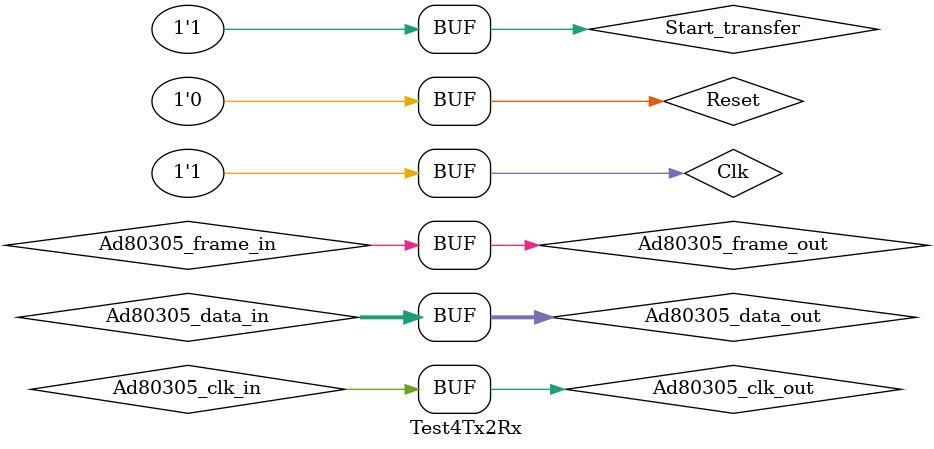
<source format=v>
`timescale 1ns / 1ps


module Test4Tx2Rx(

    );
/* Input */
// Rx   
reg         Clk;
reg         Reset;
reg         Start_transfer;
reg         Ad80305_clk_in;
reg         Ad80305_frame_in;
reg  [11:0] Ad80305_data_in;
        
// Tx
reg  [11:0] Data_out_i;             //* I signal which will be be sent to AD80305
reg  [11:0] Data_out_q;             //* Q signal which will be be sent to AD80305    
            
/* Outputs */
// Rx
wire [11:0] Data_in_i;
wire [11:0] Data_in_q;
        
// Tx
wire        Ad80305_clk_out;        //* Correspond to AD80305 "FB_CLK" interface
wire        Ad80305_frame_out;      //* Correspond to AD80305 "TX_FRAME" interface
wire [11:0] Ad80305_data_out;        //* Correspond to AD80305 "P1_D[11:0]" interface
        
/* Counter */
reg  [11:0] counter_data_in;
reg  [11:0] counter_data_in_t;
    
/* Initail for Clk & Reset */
initial begin
/* Initialize Inputs */
// Rx
    Clk = 0;
    Reset = 0;
    Start_transfer = 0;
    Ad80305_clk_in = 0;
    Ad80305_frame_in = 0;
    Ad80305_data_in = 12'b0;
                   
// Tx
    Data_out_i = 12'b0;
    Data_out_q = 12'b0;
                   
// Other
    counter_data_in = 12'b0;
    counter_data_in_t = 12'b0;             
       
// Wait 100 ns for global reset to finish
    #100;
                   
    Reset = 1;
    #100 Reset = 0;
    #100 Start_transfer = 1;                     
end

always begin
    #5 Clk = 0;
    #5 Clk = 1;
end
                
always @ ( posedge  Clk)
begin
    counter_data_in = counter_data_in + 12'd1;
end
        
always @ ( posedge  Clk)
begin
    counter_data_in_t = counter_data_in + 12'd100;
end
        
always @ ( posedge Clk )
begin
    Data_out_i <= counter_data_in;
end
        
always @ ( posedge Clk )
begin
    Data_out_q <= counter_data_in_t;
end
        
AD80305_DATA_INTF_TX   U_DATA_INTF_TX
(
                    .Clk                ( Clk               ),
                    .Reset              ( Reset             ),
                    .Data_out_i         ( Data_out_i        ),             //* I signal which will be be sent to AD80305
                    .Data_out_q         ( Data_out_q        ),             //* Q signal which will be be sent to AD80305    
                    
                    .Ad80305_clk_out    ( Ad80305_clk_out   ),        //* Correspond to AD80305 "FB_CLK" interface
                    .Ad80305_frame_out  ( Ad80305_frame_out ),      //* Correspond to AD80305 "TX_FRAME" interface
                    .Ad80305_data_out   ( Ad80305_data_out  )        //* Correspond to AD80305 "P1_D[11:0]" interface
);
         
always @ ( * )
begin
    Ad80305_clk_in <= Ad80305_clk_out;
end
         
always @ ( * )
begin
    Ad80305_frame_in <= Ad80305_frame_out;
end
         
always @ ( * )
begin
    Ad80305_data_in <= Ad80305_data_out;
end
         
AD80305_DATA_INTF_RX    U_DATA_INTF_RX
 (
                     .Clk                ( Clk               ),
                     .Reset              ( Reset             ),
                     .Start_transfer     ( Start_transfer    ),
                     .Ad80305_clk_in     ( Ad80305_clk_in    ),         //* Correspond to AD80305 "DATA_CLK" interface
                     .Ad80305_frame_in   ( Ad80305_frame_in  ),       //* Correspond to AD80305 "RX_FRAME" interface
                     .Ad80305_data_in    ( Ad80305_data_in   ),        //* Correspond to AD80305 "P0_D[11:0]" interface
                 
                     .Clk_out            (                   ),
                     .Data_in_i          ( Data_in_i         ),              //* I signal which comes from AD80305
                     .Data_in_q          ( Data_in_q         )               //* Q signal which comes from AD80305
);
                     
endmodule

</source>
